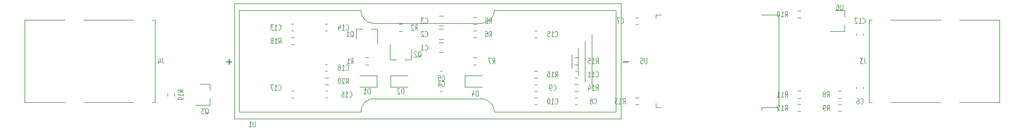
<source format=gbr>
G04 #@! TF.GenerationSoftware,KiCad,Pcbnew,(5.1.10)-1*
G04 #@! TF.CreationDate,2021-12-15T23:03:46-08:00*
G04 #@! TF.ProjectId,MultimeterTest,4d756c74-696d-4657-9465-72546573742e,rev?*
G04 #@! TF.SameCoordinates,Original*
G04 #@! TF.FileFunction,Legend,Bot*
G04 #@! TF.FilePolarity,Positive*
%FSLAX46Y46*%
G04 Gerber Fmt 4.6, Leading zero omitted, Abs format (unit mm)*
G04 Created by KiCad (PCBNEW (5.1.10)-1) date 2021-12-15 23:03:46*
%MOMM*%
%LPD*%
G01*
G04 APERTURE LIST*
%ADD10C,0.120000*%
%ADD11C,0.100000*%
%ADD12C,0.150000*%
G04 APERTURE END LIST*
D10*
X142140580Y-36510000D02*
X141859420Y-36510000D01*
X142140580Y-35490000D02*
X141859420Y-35490000D01*
X133900000Y-34400000D02*
X118100000Y-34400000D01*
X118100000Y-45600000D02*
X133900000Y-45600000D01*
X135900000Y-32400000D02*
X153900000Y-32400000D01*
X135900000Y-47600000D02*
X153900000Y-47600000D01*
X98100000Y-47600000D02*
X116100000Y-47600000D01*
X153900000Y-47600000D02*
X153900000Y-32400000D01*
X98100000Y-32400000D02*
X116100000Y-32400000D01*
X98100000Y-47600000D02*
X98100000Y-32400000D01*
X97380000Y-48565000D02*
X154620000Y-48565000D01*
X97380000Y-31435000D02*
X97380000Y-48565000D01*
X154620000Y-31435000D02*
X97380000Y-31435000D01*
X154620000Y-48565000D02*
X154620000Y-31435000D01*
X147310000Y-41060000D02*
X147310000Y-39060000D01*
X150310000Y-44060000D02*
X150310000Y-36060000D01*
X149310000Y-37060000D02*
X149310000Y-43060000D01*
X148310000Y-42060000D02*
X148310000Y-38060000D01*
X118100000Y-45600000D02*
G75*
G03*
X116100000Y-47600000I0J-2000000D01*
G01*
X135900000Y-47600000D02*
G75*
G03*
X133900000Y-45600000I-2000000J0D01*
G01*
X133900000Y-34400000D02*
G75*
G03*
X135900000Y-32400000I0J2000000D01*
G01*
X116100000Y-32400000D02*
G75*
G03*
X118100000Y-34400000I2000000J0D01*
G01*
X110859420Y-45510000D02*
X111140580Y-45510000D01*
X110859420Y-44490000D02*
X111140580Y-44490000D01*
X93760000Y-43420000D02*
X93760000Y-44350000D01*
X93760000Y-46580000D02*
X93760000Y-45650000D01*
X93760000Y-46580000D02*
X91600000Y-46580000D01*
X93760000Y-43420000D02*
X92300000Y-43420000D01*
X87477500Y-45237258D02*
X87477500Y-44762742D01*
X88522500Y-45237258D02*
X88522500Y-44762742D01*
X105859420Y-45510000D02*
X106140580Y-45510000D01*
X105859420Y-44490000D02*
X106140580Y-44490000D01*
X110859420Y-40490000D02*
X111140580Y-40490000D01*
X110859420Y-41510000D02*
X111140580Y-41510000D01*
X111237258Y-43522500D02*
X110762742Y-43522500D01*
X111237258Y-42477500D02*
X110762742Y-42477500D01*
X123580000Y-39760000D02*
X123580000Y-38300000D01*
X120420000Y-39760000D02*
X120420000Y-37600000D01*
X120420000Y-39760000D02*
X121350000Y-39760000D01*
X123580000Y-39760000D02*
X122650000Y-39760000D01*
X121762742Y-35522500D02*
X122237258Y-35522500D01*
X121762742Y-34477500D02*
X122237258Y-34477500D01*
X120500000Y-43850000D02*
X120500000Y-42150000D01*
X120500000Y-42150000D02*
X123050000Y-42150000D01*
X120500000Y-43850000D02*
X123050000Y-43850000D01*
X118500000Y-42150000D02*
X115950000Y-42150000D01*
X118500000Y-43850000D02*
X115950000Y-43850000D01*
X118500000Y-42150000D02*
X118500000Y-43850000D01*
X116762742Y-40522500D02*
X117237258Y-40522500D01*
X116762742Y-39477500D02*
X117237258Y-39477500D01*
X115420000Y-35240000D02*
X116350000Y-35240000D01*
X118580000Y-35240000D02*
X117650000Y-35240000D01*
X118580000Y-35240000D02*
X118580000Y-37400000D01*
X115420000Y-35240000D02*
X115420000Y-36700000D01*
X201960000Y-33850000D02*
X194600000Y-33850000D01*
X191350000Y-33850000D02*
X191350000Y-46150000D01*
X201960000Y-46150000D02*
X194600000Y-46150000D01*
X210650000Y-33850000D02*
X210650000Y-46150000D01*
X210650000Y-46150000D02*
X204760000Y-46150000D01*
X210650000Y-33850000D02*
X204760000Y-33850000D01*
X191800000Y-33850000D02*
X191350000Y-33850000D01*
X191350000Y-46150000D02*
X191800000Y-46150000D01*
X189490000Y-36140580D02*
X189490000Y-35859420D01*
X190510000Y-36140580D02*
X190510000Y-35859420D01*
X85650000Y-33850000D02*
X85200000Y-33850000D01*
X85200000Y-46150000D02*
X85650000Y-46150000D01*
X66350000Y-46150000D02*
X72240000Y-46150000D01*
X66350000Y-33850000D02*
X72240000Y-33850000D01*
X66350000Y-46150000D02*
X66350000Y-33850000D01*
X75040000Y-33850000D02*
X82400000Y-33850000D01*
X85650000Y-46150000D02*
X85650000Y-33850000D01*
X75040000Y-46150000D02*
X82400000Y-46150000D01*
X159780000Y-46870000D02*
X159780000Y-46350000D01*
X160550000Y-46870000D02*
X159780000Y-46870000D01*
X160550000Y-33130000D02*
X159780000Y-33130000D01*
X159780000Y-33130000D02*
X159780000Y-33650000D01*
X178020000Y-33130000D02*
X175450000Y-33130000D01*
X178020000Y-46870000D02*
X175450000Y-46870000D01*
X178020000Y-33130000D02*
X178020000Y-46870000D01*
X175450000Y-46870000D02*
X175450000Y-47370000D01*
X106140580Y-35510000D02*
X105859420Y-35510000D01*
X106140580Y-34490000D02*
X105859420Y-34490000D01*
X105762742Y-36477500D02*
X106237258Y-36477500D01*
X105762742Y-37522500D02*
X106237258Y-37522500D01*
X111140580Y-34490000D02*
X110859420Y-34490000D01*
X111140580Y-35510000D02*
X110859420Y-35510000D01*
X127738748Y-38735000D02*
X128261252Y-38735000D01*
X127738748Y-37265000D02*
X128261252Y-37265000D01*
X127738748Y-35265000D02*
X128261252Y-35265000D01*
X127738748Y-36735000D02*
X128261252Y-36735000D01*
X127738748Y-34735000D02*
X128261252Y-34735000D01*
X127738748Y-33265000D02*
X128261252Y-33265000D01*
X147859420Y-46510000D02*
X148140580Y-46510000D01*
X147859420Y-45490000D02*
X148140580Y-45490000D01*
X148237258Y-43477500D02*
X147762742Y-43477500D01*
X148237258Y-44522500D02*
X147762742Y-44522500D01*
X142140580Y-45490000D02*
X141859420Y-45490000D01*
X142140580Y-46510000D02*
X141859420Y-46510000D01*
X142237258Y-41477500D02*
X141762742Y-41477500D01*
X142237258Y-42522500D02*
X141762742Y-42522500D01*
X141859420Y-44510000D02*
X142140580Y-44510000D01*
X141859420Y-43490000D02*
X142140580Y-43490000D01*
X148140580Y-42510000D02*
X147859420Y-42510000D01*
X148140580Y-41490000D02*
X147859420Y-41490000D01*
X148237258Y-40522500D02*
X147762742Y-40522500D01*
X148237258Y-39477500D02*
X147762742Y-39477500D01*
X157237258Y-46522500D02*
X156762742Y-46522500D01*
X157237258Y-45477500D02*
X156762742Y-45477500D01*
X156859420Y-33490000D02*
X157140580Y-33490000D01*
X156859420Y-34510000D02*
X157140580Y-34510000D01*
X133237258Y-39477500D02*
X132762742Y-39477500D01*
X133237258Y-40522500D02*
X132762742Y-40522500D01*
X131500000Y-43850000D02*
X131500000Y-42150000D01*
X131500000Y-42150000D02*
X134050000Y-42150000D01*
X131500000Y-43850000D02*
X134050000Y-43850000D01*
X189490000Y-43859420D02*
X189490000Y-44140580D01*
X190510000Y-43859420D02*
X190510000Y-44140580D01*
X187237258Y-46477500D02*
X186762742Y-46477500D01*
X187237258Y-47522500D02*
X186762742Y-47522500D01*
X186762742Y-44477500D02*
X187237258Y-44477500D01*
X186762742Y-45522500D02*
X187237258Y-45522500D01*
X133237258Y-36522500D02*
X132762742Y-36522500D01*
X133237258Y-35477500D02*
X132762742Y-35477500D01*
X132762742Y-34522500D02*
X133237258Y-34522500D01*
X132762742Y-33477500D02*
X133237258Y-33477500D01*
X127859420Y-42510000D02*
X128140580Y-42510000D01*
X127859420Y-41490000D02*
X128140580Y-41490000D01*
X128140580Y-44510000D02*
X127859420Y-44510000D01*
X128140580Y-43490000D02*
X127859420Y-43490000D01*
X180762742Y-47522500D02*
X181237258Y-47522500D01*
X180762742Y-46477500D02*
X181237258Y-46477500D01*
X180762742Y-44477500D02*
X181237258Y-44477500D01*
X180762742Y-45522500D02*
X181237258Y-45522500D01*
X180762742Y-33522500D02*
X181237258Y-33522500D01*
X180762742Y-32477500D02*
X181237258Y-32477500D01*
X187760000Y-32420000D02*
X187760000Y-33350000D01*
X187760000Y-35580000D02*
X187760000Y-34650000D01*
X187760000Y-35580000D02*
X185600000Y-35580000D01*
X187760000Y-32420000D02*
X186300000Y-32420000D01*
D11*
X144885714Y-36285714D02*
X144914285Y-36323809D01*
X145000000Y-36361904D01*
X145057142Y-36361904D01*
X145142857Y-36323809D01*
X145200000Y-36247619D01*
X145228571Y-36171428D01*
X145257142Y-36019047D01*
X145257142Y-35904761D01*
X145228571Y-35752380D01*
X145200000Y-35676190D01*
X145142857Y-35600000D01*
X145057142Y-35561904D01*
X145000000Y-35561904D01*
X144914285Y-35600000D01*
X144885714Y-35638095D01*
X144314285Y-36361904D02*
X144657142Y-36361904D01*
X144485714Y-36361904D02*
X144485714Y-35561904D01*
X144542857Y-35676190D01*
X144600000Y-35752380D01*
X144657142Y-35790476D01*
X143771428Y-35561904D02*
X144057142Y-35561904D01*
X144085714Y-35942857D01*
X144057142Y-35904761D01*
X144000000Y-35866666D01*
X143857142Y-35866666D01*
X143800000Y-35904761D01*
X143771428Y-35942857D01*
X143742857Y-36019047D01*
X143742857Y-36209523D01*
X143771428Y-36285714D01*
X143800000Y-36323809D01*
X143857142Y-36361904D01*
X144000000Y-36361904D01*
X144057142Y-36323809D01*
X144085714Y-36285714D01*
X100437142Y-48981904D02*
X100437142Y-49629523D01*
X100408571Y-49705714D01*
X100380000Y-49743809D01*
X100322857Y-49781904D01*
X100208571Y-49781904D01*
X100151428Y-49743809D01*
X100122857Y-49705714D01*
X100094285Y-49629523D01*
X100094285Y-48981904D01*
X99494285Y-49781904D02*
X99837142Y-49781904D01*
X99665714Y-49781904D02*
X99665714Y-48981904D01*
X99722857Y-49096190D01*
X99780000Y-49172380D01*
X99837142Y-49210476D01*
D12*
X155750952Y-40131428D02*
X154989047Y-40131428D01*
X96980952Y-40131428D02*
X96219047Y-40131428D01*
X96600000Y-40512380D02*
X96600000Y-39750476D01*
D11*
X114385714Y-45285714D02*
X114414285Y-45323809D01*
X114500000Y-45361904D01*
X114557142Y-45361904D01*
X114642857Y-45323809D01*
X114700000Y-45247619D01*
X114728571Y-45171428D01*
X114757142Y-45019047D01*
X114757142Y-44904761D01*
X114728571Y-44752380D01*
X114700000Y-44676190D01*
X114642857Y-44600000D01*
X114557142Y-44561904D01*
X114500000Y-44561904D01*
X114414285Y-44600000D01*
X114385714Y-44638095D01*
X113814285Y-45361904D02*
X114157142Y-45361904D01*
X113985714Y-45361904D02*
X113985714Y-44561904D01*
X114042857Y-44676190D01*
X114100000Y-44752380D01*
X114157142Y-44790476D01*
X113300000Y-44561904D02*
X113414285Y-44561904D01*
X113471428Y-44600000D01*
X113500000Y-44638095D01*
X113557142Y-44752380D01*
X113585714Y-44904761D01*
X113585714Y-45209523D01*
X113557142Y-45285714D01*
X113528571Y-45323809D01*
X113471428Y-45361904D01*
X113357142Y-45361904D01*
X113300000Y-45323809D01*
X113271428Y-45285714D01*
X113242857Y-45209523D01*
X113242857Y-45019047D01*
X113271428Y-44942857D01*
X113300000Y-44904761D01*
X113357142Y-44866666D01*
X113471428Y-44866666D01*
X113528571Y-44904761D01*
X113557142Y-44942857D01*
X113585714Y-45019047D01*
X93057142Y-47938095D02*
X93114285Y-47900000D01*
X93171428Y-47823809D01*
X93257142Y-47709523D01*
X93314285Y-47671428D01*
X93371428Y-47671428D01*
X93342857Y-47861904D02*
X93400000Y-47823809D01*
X93457142Y-47747619D01*
X93485714Y-47595238D01*
X93485714Y-47328571D01*
X93457142Y-47176190D01*
X93400000Y-47100000D01*
X93342857Y-47061904D01*
X93228571Y-47061904D01*
X93171428Y-47100000D01*
X93114285Y-47176190D01*
X93085714Y-47328571D01*
X93085714Y-47595238D01*
X93114285Y-47747619D01*
X93171428Y-47823809D01*
X93228571Y-47861904D01*
X93342857Y-47861904D01*
X92885714Y-47061904D02*
X92514285Y-47061904D01*
X92714285Y-47366666D01*
X92628571Y-47366666D01*
X92571428Y-47404761D01*
X92542857Y-47442857D01*
X92514285Y-47519047D01*
X92514285Y-47709523D01*
X92542857Y-47785714D01*
X92571428Y-47823809D01*
X92628571Y-47861904D01*
X92800000Y-47861904D01*
X92857142Y-47823809D01*
X92885714Y-47785714D01*
X89791904Y-44614285D02*
X89410952Y-44414285D01*
X89791904Y-44271428D02*
X88991904Y-44271428D01*
X88991904Y-44500000D01*
X89030000Y-44557142D01*
X89068095Y-44585714D01*
X89144285Y-44614285D01*
X89258571Y-44614285D01*
X89334761Y-44585714D01*
X89372857Y-44557142D01*
X89410952Y-44500000D01*
X89410952Y-44271428D01*
X89791904Y-45185714D02*
X89791904Y-44842857D01*
X89791904Y-45014285D02*
X88991904Y-45014285D01*
X89106190Y-44957142D01*
X89182380Y-44900000D01*
X89220476Y-44842857D01*
X89791904Y-45471428D02*
X89791904Y-45585714D01*
X89753809Y-45642857D01*
X89715714Y-45671428D01*
X89601428Y-45728571D01*
X89449047Y-45757142D01*
X89144285Y-45757142D01*
X89068095Y-45728571D01*
X89030000Y-45700000D01*
X88991904Y-45642857D01*
X88991904Y-45528571D01*
X89030000Y-45471428D01*
X89068095Y-45442857D01*
X89144285Y-45414285D01*
X89334761Y-45414285D01*
X89410952Y-45442857D01*
X89449047Y-45471428D01*
X89487142Y-45528571D01*
X89487142Y-45642857D01*
X89449047Y-45700000D01*
X89410952Y-45728571D01*
X89334761Y-45757142D01*
X103885714Y-44285714D02*
X103914285Y-44323809D01*
X104000000Y-44361904D01*
X104057142Y-44361904D01*
X104142857Y-44323809D01*
X104200000Y-44247619D01*
X104228571Y-44171428D01*
X104257142Y-44019047D01*
X104257142Y-43904761D01*
X104228571Y-43752380D01*
X104200000Y-43676190D01*
X104142857Y-43600000D01*
X104057142Y-43561904D01*
X104000000Y-43561904D01*
X103914285Y-43600000D01*
X103885714Y-43638095D01*
X103314285Y-44361904D02*
X103657142Y-44361904D01*
X103485714Y-44361904D02*
X103485714Y-43561904D01*
X103542857Y-43676190D01*
X103600000Y-43752380D01*
X103657142Y-43790476D01*
X103114285Y-43561904D02*
X102714285Y-43561904D01*
X102971428Y-44361904D01*
X113885714Y-41285714D02*
X113914285Y-41323809D01*
X114000000Y-41361904D01*
X114057142Y-41361904D01*
X114142857Y-41323809D01*
X114200000Y-41247619D01*
X114228571Y-41171428D01*
X114257142Y-41019047D01*
X114257142Y-40904761D01*
X114228571Y-40752380D01*
X114200000Y-40676190D01*
X114142857Y-40600000D01*
X114057142Y-40561904D01*
X114000000Y-40561904D01*
X113914285Y-40600000D01*
X113885714Y-40638095D01*
X113314285Y-41361904D02*
X113657142Y-41361904D01*
X113485714Y-41361904D02*
X113485714Y-40561904D01*
X113542857Y-40676190D01*
X113600000Y-40752380D01*
X113657142Y-40790476D01*
X112971428Y-40904761D02*
X113028571Y-40866666D01*
X113057142Y-40828571D01*
X113085714Y-40752380D01*
X113085714Y-40714285D01*
X113057142Y-40638095D01*
X113028571Y-40600000D01*
X112971428Y-40561904D01*
X112857142Y-40561904D01*
X112800000Y-40600000D01*
X112771428Y-40638095D01*
X112742857Y-40714285D01*
X112742857Y-40752380D01*
X112771428Y-40828571D01*
X112800000Y-40866666D01*
X112857142Y-40904761D01*
X112971428Y-40904761D01*
X113028571Y-40942857D01*
X113057142Y-40980952D01*
X113085714Y-41057142D01*
X113085714Y-41209523D01*
X113057142Y-41285714D01*
X113028571Y-41323809D01*
X112971428Y-41361904D01*
X112857142Y-41361904D01*
X112800000Y-41323809D01*
X112771428Y-41285714D01*
X112742857Y-41209523D01*
X112742857Y-41057142D01*
X112771428Y-40980952D01*
X112800000Y-40942857D01*
X112857142Y-40904761D01*
X113885714Y-43361904D02*
X114085714Y-42980952D01*
X114228571Y-43361904D02*
X114228571Y-42561904D01*
X114000000Y-42561904D01*
X113942857Y-42600000D01*
X113914285Y-42638095D01*
X113885714Y-42714285D01*
X113885714Y-42828571D01*
X113914285Y-42904761D01*
X113942857Y-42942857D01*
X114000000Y-42980952D01*
X114228571Y-42980952D01*
X113657142Y-42638095D02*
X113628571Y-42600000D01*
X113571428Y-42561904D01*
X113428571Y-42561904D01*
X113371428Y-42600000D01*
X113342857Y-42638095D01*
X113314285Y-42714285D01*
X113314285Y-42790476D01*
X113342857Y-42904761D01*
X113685714Y-43361904D01*
X113314285Y-43361904D01*
X112942857Y-42561904D02*
X112885714Y-42561904D01*
X112828571Y-42600000D01*
X112800000Y-42638095D01*
X112771428Y-42714285D01*
X112742857Y-42866666D01*
X112742857Y-43057142D01*
X112771428Y-43209523D01*
X112800000Y-43285714D01*
X112828571Y-43323809D01*
X112885714Y-43361904D01*
X112942857Y-43361904D01*
X113000000Y-43323809D01*
X113028571Y-43285714D01*
X113057142Y-43209523D01*
X113085714Y-43057142D01*
X113085714Y-42866666D01*
X113057142Y-42714285D01*
X113028571Y-42638095D01*
X113000000Y-42600000D01*
X112942857Y-42561904D01*
X124557142Y-39438095D02*
X124614285Y-39400000D01*
X124671428Y-39323809D01*
X124757142Y-39209523D01*
X124814285Y-39171428D01*
X124871428Y-39171428D01*
X124842857Y-39361904D02*
X124900000Y-39323809D01*
X124957142Y-39247619D01*
X124985714Y-39095238D01*
X124985714Y-38828571D01*
X124957142Y-38676190D01*
X124900000Y-38600000D01*
X124842857Y-38561904D01*
X124728571Y-38561904D01*
X124671428Y-38600000D01*
X124614285Y-38676190D01*
X124585714Y-38828571D01*
X124585714Y-39095238D01*
X124614285Y-39247619D01*
X124671428Y-39323809D01*
X124728571Y-39361904D01*
X124842857Y-39361904D01*
X124357142Y-38638095D02*
X124328571Y-38600000D01*
X124271428Y-38561904D01*
X124128571Y-38561904D01*
X124071428Y-38600000D01*
X124042857Y-38638095D01*
X124014285Y-38714285D01*
X124014285Y-38790476D01*
X124042857Y-38904761D01*
X124385714Y-39361904D01*
X124014285Y-39361904D01*
X124100000Y-35361904D02*
X124300000Y-34980952D01*
X124442857Y-35361904D02*
X124442857Y-34561904D01*
X124214285Y-34561904D01*
X124157142Y-34600000D01*
X124128571Y-34638095D01*
X124100000Y-34714285D01*
X124100000Y-34828571D01*
X124128571Y-34904761D01*
X124157142Y-34942857D01*
X124214285Y-34980952D01*
X124442857Y-34980952D01*
X123871428Y-34638095D02*
X123842857Y-34600000D01*
X123785714Y-34561904D01*
X123642857Y-34561904D01*
X123585714Y-34600000D01*
X123557142Y-34638095D01*
X123528571Y-34714285D01*
X123528571Y-34790476D01*
X123557142Y-34904761D01*
X123900000Y-35361904D01*
X123528571Y-35361904D01*
X122442857Y-44861904D02*
X122442857Y-44061904D01*
X122300000Y-44061904D01*
X122214285Y-44100000D01*
X122157142Y-44176190D01*
X122128571Y-44252380D01*
X122100000Y-44404761D01*
X122100000Y-44519047D01*
X122128571Y-44671428D01*
X122157142Y-44747619D01*
X122214285Y-44823809D01*
X122300000Y-44861904D01*
X122442857Y-44861904D01*
X121871428Y-44138095D02*
X121842857Y-44100000D01*
X121785714Y-44061904D01*
X121642857Y-44061904D01*
X121585714Y-44100000D01*
X121557142Y-44138095D01*
X121528571Y-44214285D01*
X121528571Y-44290476D01*
X121557142Y-44404761D01*
X121900000Y-44861904D01*
X121528571Y-44861904D01*
X117442857Y-44861904D02*
X117442857Y-44061904D01*
X117300000Y-44061904D01*
X117214285Y-44100000D01*
X117157142Y-44176190D01*
X117128571Y-44252380D01*
X117100000Y-44404761D01*
X117100000Y-44519047D01*
X117128571Y-44671428D01*
X117157142Y-44747619D01*
X117214285Y-44823809D01*
X117300000Y-44861904D01*
X117442857Y-44861904D01*
X116528571Y-44861904D02*
X116871428Y-44861904D01*
X116700000Y-44861904D02*
X116700000Y-44061904D01*
X116757142Y-44176190D01*
X116814285Y-44252380D01*
X116871428Y-44290476D01*
X114600000Y-40361904D02*
X114800000Y-39980952D01*
X114942857Y-40361904D02*
X114942857Y-39561904D01*
X114714285Y-39561904D01*
X114657142Y-39600000D01*
X114628571Y-39638095D01*
X114600000Y-39714285D01*
X114600000Y-39828571D01*
X114628571Y-39904761D01*
X114657142Y-39942857D01*
X114714285Y-39980952D01*
X114942857Y-39980952D01*
X114028571Y-40361904D02*
X114371428Y-40361904D01*
X114200000Y-40361904D02*
X114200000Y-39561904D01*
X114257142Y-39676190D01*
X114314285Y-39752380D01*
X114371428Y-39790476D01*
X114557142Y-36438095D02*
X114614285Y-36400000D01*
X114671428Y-36323809D01*
X114757142Y-36209523D01*
X114814285Y-36171428D01*
X114871428Y-36171428D01*
X114842857Y-36361904D02*
X114900000Y-36323809D01*
X114957142Y-36247619D01*
X114985714Y-36095238D01*
X114985714Y-35828571D01*
X114957142Y-35676190D01*
X114900000Y-35600000D01*
X114842857Y-35561904D01*
X114728571Y-35561904D01*
X114671428Y-35600000D01*
X114614285Y-35676190D01*
X114585714Y-35828571D01*
X114585714Y-36095238D01*
X114614285Y-36247619D01*
X114671428Y-36323809D01*
X114728571Y-36361904D01*
X114842857Y-36361904D01*
X114014285Y-36361904D02*
X114357142Y-36361904D01*
X114185714Y-36361904D02*
X114185714Y-35561904D01*
X114242857Y-35676190D01*
X114300000Y-35752380D01*
X114357142Y-35790476D01*
X190700000Y-39561904D02*
X190700000Y-40133333D01*
X190728571Y-40247619D01*
X190785714Y-40323809D01*
X190871428Y-40361904D01*
X190928571Y-40361904D01*
X190471428Y-39561904D02*
X190100000Y-39561904D01*
X190300000Y-39866666D01*
X190214285Y-39866666D01*
X190157142Y-39904761D01*
X190128571Y-39942857D01*
X190100000Y-40019047D01*
X190100000Y-40209523D01*
X190128571Y-40285714D01*
X190157142Y-40323809D01*
X190214285Y-40361904D01*
X190385714Y-40361904D01*
X190442857Y-40323809D01*
X190471428Y-40285714D01*
X190385714Y-34285714D02*
X190414285Y-34323809D01*
X190500000Y-34361904D01*
X190557142Y-34361904D01*
X190642857Y-34323809D01*
X190700000Y-34247619D01*
X190728571Y-34171428D01*
X190757142Y-34019047D01*
X190757142Y-33904761D01*
X190728571Y-33752380D01*
X190700000Y-33676190D01*
X190642857Y-33600000D01*
X190557142Y-33561904D01*
X190500000Y-33561904D01*
X190414285Y-33600000D01*
X190385714Y-33638095D01*
X189814285Y-34361904D02*
X190157142Y-34361904D01*
X189985714Y-34361904D02*
X189985714Y-33561904D01*
X190042857Y-33676190D01*
X190100000Y-33752380D01*
X190157142Y-33790476D01*
X189585714Y-33638095D02*
X189557142Y-33600000D01*
X189500000Y-33561904D01*
X189357142Y-33561904D01*
X189300000Y-33600000D01*
X189271428Y-33638095D01*
X189242857Y-33714285D01*
X189242857Y-33790476D01*
X189271428Y-33904761D01*
X189614285Y-34361904D01*
X189242857Y-34361904D01*
X86700000Y-39561904D02*
X86700000Y-40133333D01*
X86728571Y-40247619D01*
X86785714Y-40323809D01*
X86871428Y-40361904D01*
X86928571Y-40361904D01*
X86157142Y-39828571D02*
X86157142Y-40361904D01*
X86300000Y-39523809D02*
X86442857Y-40095238D01*
X86071428Y-40095238D01*
X158457142Y-39561904D02*
X158457142Y-40209523D01*
X158428571Y-40285714D01*
X158400000Y-40323809D01*
X158342857Y-40361904D01*
X158228571Y-40361904D01*
X158171428Y-40323809D01*
X158142857Y-40285714D01*
X158114285Y-40209523D01*
X158114285Y-39561904D01*
X157542857Y-39561904D02*
X157828571Y-39561904D01*
X157857142Y-39942857D01*
X157828571Y-39904761D01*
X157771428Y-39866666D01*
X157628571Y-39866666D01*
X157571428Y-39904761D01*
X157542857Y-39942857D01*
X157514285Y-40019047D01*
X157514285Y-40209523D01*
X157542857Y-40285714D01*
X157571428Y-40323809D01*
X157628571Y-40361904D01*
X157771428Y-40361904D01*
X157828571Y-40323809D01*
X157857142Y-40285714D01*
X103885714Y-35285714D02*
X103914285Y-35323809D01*
X104000000Y-35361904D01*
X104057142Y-35361904D01*
X104142857Y-35323809D01*
X104200000Y-35247619D01*
X104228571Y-35171428D01*
X104257142Y-35019047D01*
X104257142Y-34904761D01*
X104228571Y-34752380D01*
X104200000Y-34676190D01*
X104142857Y-34600000D01*
X104057142Y-34561904D01*
X104000000Y-34561904D01*
X103914285Y-34600000D01*
X103885714Y-34638095D01*
X103314285Y-35361904D02*
X103657142Y-35361904D01*
X103485714Y-35361904D02*
X103485714Y-34561904D01*
X103542857Y-34676190D01*
X103600000Y-34752380D01*
X103657142Y-34790476D01*
X103114285Y-34561904D02*
X102742857Y-34561904D01*
X102942857Y-34866666D01*
X102857142Y-34866666D01*
X102800000Y-34904761D01*
X102771428Y-34942857D01*
X102742857Y-35019047D01*
X102742857Y-35209523D01*
X102771428Y-35285714D01*
X102800000Y-35323809D01*
X102857142Y-35361904D01*
X103028571Y-35361904D01*
X103085714Y-35323809D01*
X103114285Y-35285714D01*
X103885714Y-37361904D02*
X104085714Y-36980952D01*
X104228571Y-37361904D02*
X104228571Y-36561904D01*
X104000000Y-36561904D01*
X103942857Y-36600000D01*
X103914285Y-36638095D01*
X103885714Y-36714285D01*
X103885714Y-36828571D01*
X103914285Y-36904761D01*
X103942857Y-36942857D01*
X104000000Y-36980952D01*
X104228571Y-36980952D01*
X103314285Y-37361904D02*
X103657142Y-37361904D01*
X103485714Y-37361904D02*
X103485714Y-36561904D01*
X103542857Y-36676190D01*
X103600000Y-36752380D01*
X103657142Y-36790476D01*
X102971428Y-36904761D02*
X103028571Y-36866666D01*
X103057142Y-36828571D01*
X103085714Y-36752380D01*
X103085714Y-36714285D01*
X103057142Y-36638095D01*
X103028571Y-36600000D01*
X102971428Y-36561904D01*
X102857142Y-36561904D01*
X102800000Y-36600000D01*
X102771428Y-36638095D01*
X102742857Y-36714285D01*
X102742857Y-36752380D01*
X102771428Y-36828571D01*
X102800000Y-36866666D01*
X102857142Y-36904761D01*
X102971428Y-36904761D01*
X103028571Y-36942857D01*
X103057142Y-36980952D01*
X103085714Y-37057142D01*
X103085714Y-37209523D01*
X103057142Y-37285714D01*
X103028571Y-37323809D01*
X102971428Y-37361904D01*
X102857142Y-37361904D01*
X102800000Y-37323809D01*
X102771428Y-37285714D01*
X102742857Y-37209523D01*
X102742857Y-37057142D01*
X102771428Y-36980952D01*
X102800000Y-36942857D01*
X102857142Y-36904761D01*
X113885714Y-35285714D02*
X113914285Y-35323809D01*
X114000000Y-35361904D01*
X114057142Y-35361904D01*
X114142857Y-35323809D01*
X114200000Y-35247619D01*
X114228571Y-35171428D01*
X114257142Y-35019047D01*
X114257142Y-34904761D01*
X114228571Y-34752380D01*
X114200000Y-34676190D01*
X114142857Y-34600000D01*
X114057142Y-34561904D01*
X114000000Y-34561904D01*
X113914285Y-34600000D01*
X113885714Y-34638095D01*
X113314285Y-35361904D02*
X113657142Y-35361904D01*
X113485714Y-35361904D02*
X113485714Y-34561904D01*
X113542857Y-34676190D01*
X113600000Y-34752380D01*
X113657142Y-34790476D01*
X112800000Y-34828571D02*
X112800000Y-35361904D01*
X112942857Y-34523809D02*
X113085714Y-35095238D01*
X112714285Y-35095238D01*
X125600000Y-38285714D02*
X125628571Y-38323809D01*
X125714285Y-38361904D01*
X125771428Y-38361904D01*
X125857142Y-38323809D01*
X125914285Y-38247619D01*
X125942857Y-38171428D01*
X125971428Y-38019047D01*
X125971428Y-37904761D01*
X125942857Y-37752380D01*
X125914285Y-37676190D01*
X125857142Y-37600000D01*
X125771428Y-37561904D01*
X125714285Y-37561904D01*
X125628571Y-37600000D01*
X125600000Y-37638095D01*
X125028571Y-38361904D02*
X125371428Y-38361904D01*
X125200000Y-38361904D02*
X125200000Y-37561904D01*
X125257142Y-37676190D01*
X125314285Y-37752380D01*
X125371428Y-37790476D01*
X125600000Y-36285714D02*
X125628571Y-36323809D01*
X125714285Y-36361904D01*
X125771428Y-36361904D01*
X125857142Y-36323809D01*
X125914285Y-36247619D01*
X125942857Y-36171428D01*
X125971428Y-36019047D01*
X125971428Y-35904761D01*
X125942857Y-35752380D01*
X125914285Y-35676190D01*
X125857142Y-35600000D01*
X125771428Y-35561904D01*
X125714285Y-35561904D01*
X125628571Y-35600000D01*
X125600000Y-35638095D01*
X125371428Y-35638095D02*
X125342857Y-35600000D01*
X125285714Y-35561904D01*
X125142857Y-35561904D01*
X125085714Y-35600000D01*
X125057142Y-35638095D01*
X125028571Y-35714285D01*
X125028571Y-35790476D01*
X125057142Y-35904761D01*
X125400000Y-36361904D01*
X125028571Y-36361904D01*
X125600000Y-34285714D02*
X125628571Y-34323809D01*
X125714285Y-34361904D01*
X125771428Y-34361904D01*
X125857142Y-34323809D01*
X125914285Y-34247619D01*
X125942857Y-34171428D01*
X125971428Y-34019047D01*
X125971428Y-33904761D01*
X125942857Y-33752380D01*
X125914285Y-33676190D01*
X125857142Y-33600000D01*
X125771428Y-33561904D01*
X125714285Y-33561904D01*
X125628571Y-33600000D01*
X125600000Y-33638095D01*
X125400000Y-33561904D02*
X125028571Y-33561904D01*
X125228571Y-33866666D01*
X125142857Y-33866666D01*
X125085714Y-33904761D01*
X125057142Y-33942857D01*
X125028571Y-34019047D01*
X125028571Y-34209523D01*
X125057142Y-34285714D01*
X125085714Y-34323809D01*
X125142857Y-34361904D01*
X125314285Y-34361904D01*
X125371428Y-34323809D01*
X125400000Y-34285714D01*
X150600000Y-46285714D02*
X150628571Y-46323809D01*
X150714285Y-46361904D01*
X150771428Y-46361904D01*
X150857142Y-46323809D01*
X150914285Y-46247619D01*
X150942857Y-46171428D01*
X150971428Y-46019047D01*
X150971428Y-45904761D01*
X150942857Y-45752380D01*
X150914285Y-45676190D01*
X150857142Y-45600000D01*
X150771428Y-45561904D01*
X150714285Y-45561904D01*
X150628571Y-45600000D01*
X150600000Y-45638095D01*
X150257142Y-45904761D02*
X150314285Y-45866666D01*
X150342857Y-45828571D01*
X150371428Y-45752380D01*
X150371428Y-45714285D01*
X150342857Y-45638095D01*
X150314285Y-45600000D01*
X150257142Y-45561904D01*
X150142857Y-45561904D01*
X150085714Y-45600000D01*
X150057142Y-45638095D01*
X150028571Y-45714285D01*
X150028571Y-45752380D01*
X150057142Y-45828571D01*
X150085714Y-45866666D01*
X150142857Y-45904761D01*
X150257142Y-45904761D01*
X150314285Y-45942857D01*
X150342857Y-45980952D01*
X150371428Y-46057142D01*
X150371428Y-46209523D01*
X150342857Y-46285714D01*
X150314285Y-46323809D01*
X150257142Y-46361904D01*
X150142857Y-46361904D01*
X150085714Y-46323809D01*
X150057142Y-46285714D01*
X150028571Y-46209523D01*
X150028571Y-46057142D01*
X150057142Y-45980952D01*
X150085714Y-45942857D01*
X150142857Y-45904761D01*
X150885714Y-44361904D02*
X151085714Y-43980952D01*
X151228571Y-44361904D02*
X151228571Y-43561904D01*
X151000000Y-43561904D01*
X150942857Y-43600000D01*
X150914285Y-43638095D01*
X150885714Y-43714285D01*
X150885714Y-43828571D01*
X150914285Y-43904761D01*
X150942857Y-43942857D01*
X151000000Y-43980952D01*
X151228571Y-43980952D01*
X150314285Y-44361904D02*
X150657142Y-44361904D01*
X150485714Y-44361904D02*
X150485714Y-43561904D01*
X150542857Y-43676190D01*
X150600000Y-43752380D01*
X150657142Y-43790476D01*
X149800000Y-43828571D02*
X149800000Y-44361904D01*
X149942857Y-43523809D02*
X150085714Y-44095238D01*
X149714285Y-44095238D01*
X144885714Y-46285714D02*
X144914285Y-46323809D01*
X145000000Y-46361904D01*
X145057142Y-46361904D01*
X145142857Y-46323809D01*
X145200000Y-46247619D01*
X145228571Y-46171428D01*
X145257142Y-46019047D01*
X145257142Y-45904761D01*
X145228571Y-45752380D01*
X145200000Y-45676190D01*
X145142857Y-45600000D01*
X145057142Y-45561904D01*
X145000000Y-45561904D01*
X144914285Y-45600000D01*
X144885714Y-45638095D01*
X144314285Y-46361904D02*
X144657142Y-46361904D01*
X144485714Y-46361904D02*
X144485714Y-45561904D01*
X144542857Y-45676190D01*
X144600000Y-45752380D01*
X144657142Y-45790476D01*
X143942857Y-45561904D02*
X143885714Y-45561904D01*
X143828571Y-45600000D01*
X143800000Y-45638095D01*
X143771428Y-45714285D01*
X143742857Y-45866666D01*
X143742857Y-46057142D01*
X143771428Y-46209523D01*
X143800000Y-46285714D01*
X143828571Y-46323809D01*
X143885714Y-46361904D01*
X143942857Y-46361904D01*
X144000000Y-46323809D01*
X144028571Y-46285714D01*
X144057142Y-46209523D01*
X144085714Y-46057142D01*
X144085714Y-45866666D01*
X144057142Y-45714285D01*
X144028571Y-45638095D01*
X144000000Y-45600000D01*
X143942857Y-45561904D01*
X144885714Y-42361904D02*
X145085714Y-41980952D01*
X145228571Y-42361904D02*
X145228571Y-41561904D01*
X145000000Y-41561904D01*
X144942857Y-41600000D01*
X144914285Y-41638095D01*
X144885714Y-41714285D01*
X144885714Y-41828571D01*
X144914285Y-41904761D01*
X144942857Y-41942857D01*
X145000000Y-41980952D01*
X145228571Y-41980952D01*
X144314285Y-42361904D02*
X144657142Y-42361904D01*
X144485714Y-42361904D02*
X144485714Y-41561904D01*
X144542857Y-41676190D01*
X144600000Y-41752380D01*
X144657142Y-41790476D01*
X143800000Y-41561904D02*
X143914285Y-41561904D01*
X143971428Y-41600000D01*
X144000000Y-41638095D01*
X144057142Y-41752380D01*
X144085714Y-41904761D01*
X144085714Y-42209523D01*
X144057142Y-42285714D01*
X144028571Y-42323809D01*
X143971428Y-42361904D01*
X143857142Y-42361904D01*
X143800000Y-42323809D01*
X143771428Y-42285714D01*
X143742857Y-42209523D01*
X143742857Y-42019047D01*
X143771428Y-41942857D01*
X143800000Y-41904761D01*
X143857142Y-41866666D01*
X143971428Y-41866666D01*
X144028571Y-41904761D01*
X144057142Y-41942857D01*
X144085714Y-42019047D01*
X144600000Y-44285714D02*
X144628571Y-44323809D01*
X144714285Y-44361904D01*
X144771428Y-44361904D01*
X144857142Y-44323809D01*
X144914285Y-44247619D01*
X144942857Y-44171428D01*
X144971428Y-44019047D01*
X144971428Y-43904761D01*
X144942857Y-43752380D01*
X144914285Y-43676190D01*
X144857142Y-43600000D01*
X144771428Y-43561904D01*
X144714285Y-43561904D01*
X144628571Y-43600000D01*
X144600000Y-43638095D01*
X144314285Y-44361904D02*
X144200000Y-44361904D01*
X144142857Y-44323809D01*
X144114285Y-44285714D01*
X144057142Y-44171428D01*
X144028571Y-44019047D01*
X144028571Y-43714285D01*
X144057142Y-43638095D01*
X144085714Y-43600000D01*
X144142857Y-43561904D01*
X144257142Y-43561904D01*
X144314285Y-43600000D01*
X144342857Y-43638095D01*
X144371428Y-43714285D01*
X144371428Y-43904761D01*
X144342857Y-43980952D01*
X144314285Y-44019047D01*
X144257142Y-44057142D01*
X144142857Y-44057142D01*
X144085714Y-44019047D01*
X144057142Y-43980952D01*
X144028571Y-43904761D01*
X150885714Y-42285714D02*
X150914285Y-42323809D01*
X151000000Y-42361904D01*
X151057142Y-42361904D01*
X151142857Y-42323809D01*
X151200000Y-42247619D01*
X151228571Y-42171428D01*
X151257142Y-42019047D01*
X151257142Y-41904761D01*
X151228571Y-41752380D01*
X151200000Y-41676190D01*
X151142857Y-41600000D01*
X151057142Y-41561904D01*
X151000000Y-41561904D01*
X150914285Y-41600000D01*
X150885714Y-41638095D01*
X150314285Y-42361904D02*
X150657142Y-42361904D01*
X150485714Y-42361904D02*
X150485714Y-41561904D01*
X150542857Y-41676190D01*
X150600000Y-41752380D01*
X150657142Y-41790476D01*
X149742857Y-42361904D02*
X150085714Y-42361904D01*
X149914285Y-42361904D02*
X149914285Y-41561904D01*
X149971428Y-41676190D01*
X150028571Y-41752380D01*
X150085714Y-41790476D01*
X150885714Y-40361904D02*
X151085714Y-39980952D01*
X151228571Y-40361904D02*
X151228571Y-39561904D01*
X151000000Y-39561904D01*
X150942857Y-39600000D01*
X150914285Y-39638095D01*
X150885714Y-39714285D01*
X150885714Y-39828571D01*
X150914285Y-39904761D01*
X150942857Y-39942857D01*
X151000000Y-39980952D01*
X151228571Y-39980952D01*
X150314285Y-40361904D02*
X150657142Y-40361904D01*
X150485714Y-40361904D02*
X150485714Y-39561904D01*
X150542857Y-39676190D01*
X150600000Y-39752380D01*
X150657142Y-39790476D01*
X149771428Y-39561904D02*
X150057142Y-39561904D01*
X150085714Y-39942857D01*
X150057142Y-39904761D01*
X150000000Y-39866666D01*
X149857142Y-39866666D01*
X149800000Y-39904761D01*
X149771428Y-39942857D01*
X149742857Y-40019047D01*
X149742857Y-40209523D01*
X149771428Y-40285714D01*
X149800000Y-40323809D01*
X149857142Y-40361904D01*
X150000000Y-40361904D01*
X150057142Y-40323809D01*
X150085714Y-40285714D01*
X154885714Y-46361904D02*
X155085714Y-45980952D01*
X155228571Y-46361904D02*
X155228571Y-45561904D01*
X155000000Y-45561904D01*
X154942857Y-45600000D01*
X154914285Y-45638095D01*
X154885714Y-45714285D01*
X154885714Y-45828571D01*
X154914285Y-45904761D01*
X154942857Y-45942857D01*
X155000000Y-45980952D01*
X155228571Y-45980952D01*
X154314285Y-46361904D02*
X154657142Y-46361904D01*
X154485714Y-46361904D02*
X154485714Y-45561904D01*
X154542857Y-45676190D01*
X154600000Y-45752380D01*
X154657142Y-45790476D01*
X154114285Y-45561904D02*
X153742857Y-45561904D01*
X153942857Y-45866666D01*
X153857142Y-45866666D01*
X153800000Y-45904761D01*
X153771428Y-45942857D01*
X153742857Y-46019047D01*
X153742857Y-46209523D01*
X153771428Y-46285714D01*
X153800000Y-46323809D01*
X153857142Y-46361904D01*
X154028571Y-46361904D01*
X154085714Y-46323809D01*
X154114285Y-46285714D01*
X154600000Y-34285714D02*
X154628571Y-34323809D01*
X154714285Y-34361904D01*
X154771428Y-34361904D01*
X154857142Y-34323809D01*
X154914285Y-34247619D01*
X154942857Y-34171428D01*
X154971428Y-34019047D01*
X154971428Y-33904761D01*
X154942857Y-33752380D01*
X154914285Y-33676190D01*
X154857142Y-33600000D01*
X154771428Y-33561904D01*
X154714285Y-33561904D01*
X154628571Y-33600000D01*
X154600000Y-33638095D01*
X154400000Y-33561904D02*
X154000000Y-33561904D01*
X154257142Y-34361904D01*
X135600000Y-40361904D02*
X135800000Y-39980952D01*
X135942857Y-40361904D02*
X135942857Y-39561904D01*
X135714285Y-39561904D01*
X135657142Y-39600000D01*
X135628571Y-39638095D01*
X135600000Y-39714285D01*
X135600000Y-39828571D01*
X135628571Y-39904761D01*
X135657142Y-39942857D01*
X135714285Y-39980952D01*
X135942857Y-39980952D01*
X135400000Y-39561904D02*
X135000000Y-39561904D01*
X135257142Y-40361904D01*
X133442857Y-45211904D02*
X133442857Y-44411904D01*
X133300000Y-44411904D01*
X133214285Y-44450000D01*
X133157142Y-44526190D01*
X133128571Y-44602380D01*
X133100000Y-44754761D01*
X133100000Y-44869047D01*
X133128571Y-45021428D01*
X133157142Y-45097619D01*
X133214285Y-45173809D01*
X133300000Y-45211904D01*
X133442857Y-45211904D01*
X132585714Y-44678571D02*
X132585714Y-45211904D01*
X132728571Y-44373809D02*
X132871428Y-44945238D01*
X132500000Y-44945238D01*
X190100000Y-46285714D02*
X190128571Y-46323809D01*
X190214285Y-46361904D01*
X190271428Y-46361904D01*
X190357142Y-46323809D01*
X190414285Y-46247619D01*
X190442857Y-46171428D01*
X190471428Y-46019047D01*
X190471428Y-45904761D01*
X190442857Y-45752380D01*
X190414285Y-45676190D01*
X190357142Y-45600000D01*
X190271428Y-45561904D01*
X190214285Y-45561904D01*
X190128571Y-45600000D01*
X190100000Y-45638095D01*
X189585714Y-45561904D02*
X189700000Y-45561904D01*
X189757142Y-45600000D01*
X189785714Y-45638095D01*
X189842857Y-45752380D01*
X189871428Y-45904761D01*
X189871428Y-46209523D01*
X189842857Y-46285714D01*
X189814285Y-46323809D01*
X189757142Y-46361904D01*
X189642857Y-46361904D01*
X189585714Y-46323809D01*
X189557142Y-46285714D01*
X189528571Y-46209523D01*
X189528571Y-46019047D01*
X189557142Y-45942857D01*
X189585714Y-45904761D01*
X189642857Y-45866666D01*
X189757142Y-45866666D01*
X189814285Y-45904761D01*
X189842857Y-45942857D01*
X189871428Y-46019047D01*
X185100000Y-47361904D02*
X185300000Y-46980952D01*
X185442857Y-47361904D02*
X185442857Y-46561904D01*
X185214285Y-46561904D01*
X185157142Y-46600000D01*
X185128571Y-46638095D01*
X185100000Y-46714285D01*
X185100000Y-46828571D01*
X185128571Y-46904761D01*
X185157142Y-46942857D01*
X185214285Y-46980952D01*
X185442857Y-46980952D01*
X184814285Y-47361904D02*
X184700000Y-47361904D01*
X184642857Y-47323809D01*
X184614285Y-47285714D01*
X184557142Y-47171428D01*
X184528571Y-47019047D01*
X184528571Y-46714285D01*
X184557142Y-46638095D01*
X184585714Y-46600000D01*
X184642857Y-46561904D01*
X184757142Y-46561904D01*
X184814285Y-46600000D01*
X184842857Y-46638095D01*
X184871428Y-46714285D01*
X184871428Y-46904761D01*
X184842857Y-46980952D01*
X184814285Y-47019047D01*
X184757142Y-47057142D01*
X184642857Y-47057142D01*
X184585714Y-47019047D01*
X184557142Y-46980952D01*
X184528571Y-46904761D01*
X185100000Y-45361904D02*
X185300000Y-44980952D01*
X185442857Y-45361904D02*
X185442857Y-44561904D01*
X185214285Y-44561904D01*
X185157142Y-44600000D01*
X185128571Y-44638095D01*
X185100000Y-44714285D01*
X185100000Y-44828571D01*
X185128571Y-44904761D01*
X185157142Y-44942857D01*
X185214285Y-44980952D01*
X185442857Y-44980952D01*
X184757142Y-44904761D02*
X184814285Y-44866666D01*
X184842857Y-44828571D01*
X184871428Y-44752380D01*
X184871428Y-44714285D01*
X184842857Y-44638095D01*
X184814285Y-44600000D01*
X184757142Y-44561904D01*
X184642857Y-44561904D01*
X184585714Y-44600000D01*
X184557142Y-44638095D01*
X184528571Y-44714285D01*
X184528571Y-44752380D01*
X184557142Y-44828571D01*
X184585714Y-44866666D01*
X184642857Y-44904761D01*
X184757142Y-44904761D01*
X184814285Y-44942857D01*
X184842857Y-44980952D01*
X184871428Y-45057142D01*
X184871428Y-45209523D01*
X184842857Y-45285714D01*
X184814285Y-45323809D01*
X184757142Y-45361904D01*
X184642857Y-45361904D01*
X184585714Y-45323809D01*
X184557142Y-45285714D01*
X184528571Y-45209523D01*
X184528571Y-45057142D01*
X184557142Y-44980952D01*
X184585714Y-44942857D01*
X184642857Y-44904761D01*
X135100000Y-36361904D02*
X135300000Y-35980952D01*
X135442857Y-36361904D02*
X135442857Y-35561904D01*
X135214285Y-35561904D01*
X135157142Y-35600000D01*
X135128571Y-35638095D01*
X135100000Y-35714285D01*
X135100000Y-35828571D01*
X135128571Y-35904761D01*
X135157142Y-35942857D01*
X135214285Y-35980952D01*
X135442857Y-35980952D01*
X134585714Y-35561904D02*
X134700000Y-35561904D01*
X134757142Y-35600000D01*
X134785714Y-35638095D01*
X134842857Y-35752380D01*
X134871428Y-35904761D01*
X134871428Y-36209523D01*
X134842857Y-36285714D01*
X134814285Y-36323809D01*
X134757142Y-36361904D01*
X134642857Y-36361904D01*
X134585714Y-36323809D01*
X134557142Y-36285714D01*
X134528571Y-36209523D01*
X134528571Y-36019047D01*
X134557142Y-35942857D01*
X134585714Y-35904761D01*
X134642857Y-35866666D01*
X134757142Y-35866666D01*
X134814285Y-35904761D01*
X134842857Y-35942857D01*
X134871428Y-36019047D01*
X135100000Y-34361904D02*
X135300000Y-33980952D01*
X135442857Y-34361904D02*
X135442857Y-33561904D01*
X135214285Y-33561904D01*
X135157142Y-33600000D01*
X135128571Y-33638095D01*
X135100000Y-33714285D01*
X135100000Y-33828571D01*
X135128571Y-33904761D01*
X135157142Y-33942857D01*
X135214285Y-33980952D01*
X135442857Y-33980952D01*
X134557142Y-33561904D02*
X134842857Y-33561904D01*
X134871428Y-33942857D01*
X134842857Y-33904761D01*
X134785714Y-33866666D01*
X134642857Y-33866666D01*
X134585714Y-33904761D01*
X134557142Y-33942857D01*
X134528571Y-34019047D01*
X134528571Y-34209523D01*
X134557142Y-34285714D01*
X134585714Y-34323809D01*
X134642857Y-34361904D01*
X134785714Y-34361904D01*
X134842857Y-34323809D01*
X134871428Y-34285714D01*
X128100000Y-43715714D02*
X128128571Y-43753809D01*
X128214285Y-43791904D01*
X128271428Y-43791904D01*
X128357142Y-43753809D01*
X128414285Y-43677619D01*
X128442857Y-43601428D01*
X128471428Y-43449047D01*
X128471428Y-43334761D01*
X128442857Y-43182380D01*
X128414285Y-43106190D01*
X128357142Y-43030000D01*
X128271428Y-42991904D01*
X128214285Y-42991904D01*
X128128571Y-43030000D01*
X128100000Y-43068095D01*
X127585714Y-43258571D02*
X127585714Y-43791904D01*
X127728571Y-42953809D02*
X127871428Y-43525238D01*
X127500000Y-43525238D01*
X128100000Y-42855714D02*
X128128571Y-42893809D01*
X128214285Y-42931904D01*
X128271428Y-42931904D01*
X128357142Y-42893809D01*
X128414285Y-42817619D01*
X128442857Y-42741428D01*
X128471428Y-42589047D01*
X128471428Y-42474761D01*
X128442857Y-42322380D01*
X128414285Y-42246190D01*
X128357142Y-42170000D01*
X128271428Y-42131904D01*
X128214285Y-42131904D01*
X128128571Y-42170000D01*
X128100000Y-42208095D01*
X127557142Y-42131904D02*
X127842857Y-42131904D01*
X127871428Y-42512857D01*
X127842857Y-42474761D01*
X127785714Y-42436666D01*
X127642857Y-42436666D01*
X127585714Y-42474761D01*
X127557142Y-42512857D01*
X127528571Y-42589047D01*
X127528571Y-42779523D01*
X127557142Y-42855714D01*
X127585714Y-42893809D01*
X127642857Y-42931904D01*
X127785714Y-42931904D01*
X127842857Y-42893809D01*
X127871428Y-42855714D01*
X178885714Y-47361904D02*
X179085714Y-46980952D01*
X179228571Y-47361904D02*
X179228571Y-46561904D01*
X179000000Y-46561904D01*
X178942857Y-46600000D01*
X178914285Y-46638095D01*
X178885714Y-46714285D01*
X178885714Y-46828571D01*
X178914285Y-46904761D01*
X178942857Y-46942857D01*
X179000000Y-46980952D01*
X179228571Y-46980952D01*
X178314285Y-47361904D02*
X178657142Y-47361904D01*
X178485714Y-47361904D02*
X178485714Y-46561904D01*
X178542857Y-46676190D01*
X178600000Y-46752380D01*
X178657142Y-46790476D01*
X178085714Y-46638095D02*
X178057142Y-46600000D01*
X178000000Y-46561904D01*
X177857142Y-46561904D01*
X177800000Y-46600000D01*
X177771428Y-46638095D01*
X177742857Y-46714285D01*
X177742857Y-46790476D01*
X177771428Y-46904761D01*
X178114285Y-47361904D01*
X177742857Y-47361904D01*
X178885714Y-45361904D02*
X179085714Y-44980952D01*
X179228571Y-45361904D02*
X179228571Y-44561904D01*
X179000000Y-44561904D01*
X178942857Y-44600000D01*
X178914285Y-44638095D01*
X178885714Y-44714285D01*
X178885714Y-44828571D01*
X178914285Y-44904761D01*
X178942857Y-44942857D01*
X179000000Y-44980952D01*
X179228571Y-44980952D01*
X178314285Y-45361904D02*
X178657142Y-45361904D01*
X178485714Y-45361904D02*
X178485714Y-44561904D01*
X178542857Y-44676190D01*
X178600000Y-44752380D01*
X178657142Y-44790476D01*
X177742857Y-45361904D02*
X178085714Y-45361904D01*
X177914285Y-45361904D02*
X177914285Y-44561904D01*
X177971428Y-44676190D01*
X178028571Y-44752380D01*
X178085714Y-44790476D01*
X178885714Y-33361904D02*
X179085714Y-32980952D01*
X179228571Y-33361904D02*
X179228571Y-32561904D01*
X179000000Y-32561904D01*
X178942857Y-32600000D01*
X178914285Y-32638095D01*
X178885714Y-32714285D01*
X178885714Y-32828571D01*
X178914285Y-32904761D01*
X178942857Y-32942857D01*
X179000000Y-32980952D01*
X179228571Y-32980952D01*
X178314285Y-33361904D02*
X178657142Y-33361904D01*
X178485714Y-33361904D02*
X178485714Y-32561904D01*
X178542857Y-32676190D01*
X178600000Y-32752380D01*
X178657142Y-32790476D01*
X177942857Y-32561904D02*
X177885714Y-32561904D01*
X177828571Y-32600000D01*
X177800000Y-32638095D01*
X177771428Y-32714285D01*
X177742857Y-32866666D01*
X177742857Y-33057142D01*
X177771428Y-33209523D01*
X177800000Y-33285714D01*
X177828571Y-33323809D01*
X177885714Y-33361904D01*
X177942857Y-33361904D01*
X178000000Y-33323809D01*
X178028571Y-33285714D01*
X178057142Y-33209523D01*
X178085714Y-33057142D01*
X178085714Y-32866666D01*
X178057142Y-32714285D01*
X178028571Y-32638095D01*
X178000000Y-32600000D01*
X177942857Y-32561904D01*
X187457142Y-31561904D02*
X187457142Y-32209523D01*
X187428571Y-32285714D01*
X187400000Y-32323809D01*
X187342857Y-32361904D01*
X187228571Y-32361904D01*
X187171428Y-32323809D01*
X187142857Y-32285714D01*
X187114285Y-32209523D01*
X187114285Y-31561904D01*
X186571428Y-31561904D02*
X186685714Y-31561904D01*
X186742857Y-31600000D01*
X186771428Y-31638095D01*
X186828571Y-31752380D01*
X186857142Y-31904761D01*
X186857142Y-32209523D01*
X186828571Y-32285714D01*
X186800000Y-32323809D01*
X186742857Y-32361904D01*
X186628571Y-32361904D01*
X186571428Y-32323809D01*
X186542857Y-32285714D01*
X186514285Y-32209523D01*
X186514285Y-32019047D01*
X186542857Y-31942857D01*
X186571428Y-31904761D01*
X186628571Y-31866666D01*
X186742857Y-31866666D01*
X186800000Y-31904761D01*
X186828571Y-31942857D01*
X186857142Y-32019047D01*
M02*

</source>
